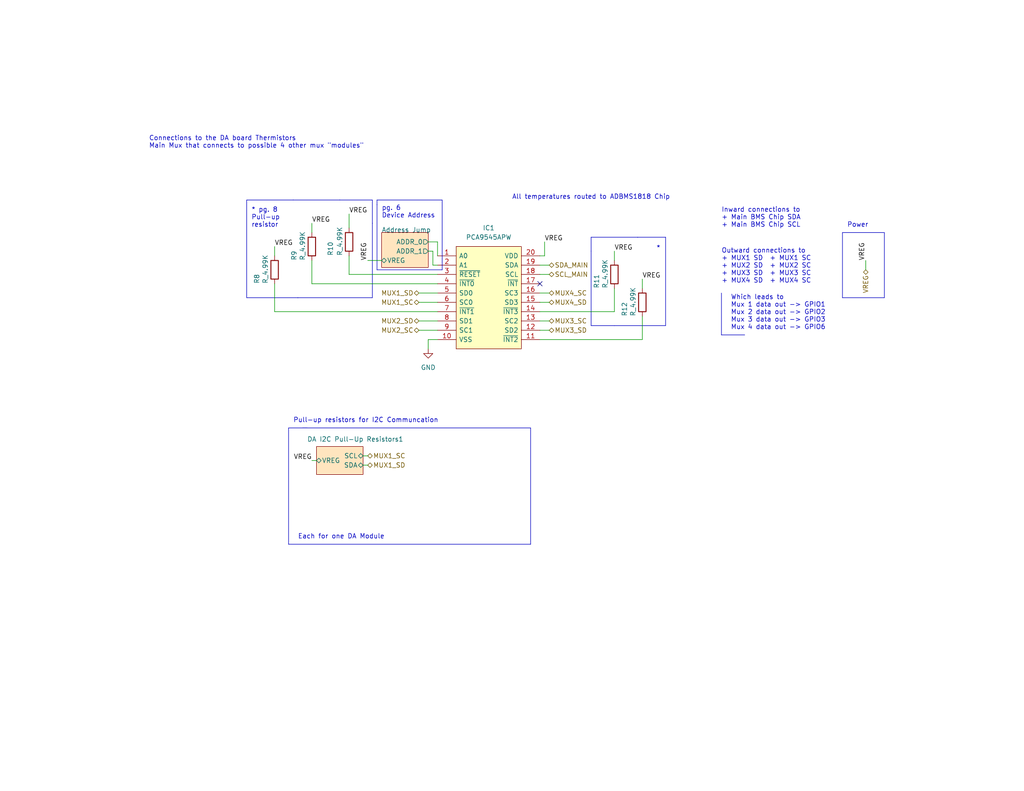
<source format=kicad_sch>
(kicad_sch (version 20231120) (generator "eeschema") (generator_version "8.0")
  (paper "A")
  (title_block (title "MkVI BMS Cell Supervisory Circuit") (date "2022-12-04") (rev "0") (company "Olin Electric Motorsports"))
  (lib_symbols
    (symbol "OEM:4K99R" (pin_numbers hide) (pin_names (offset 0))
      (property "Reference" "R" (at 2.032 0 90))
      (property "Value" "4K99R" (at 0 0 90))
      (symbol "4K99R_0_1"
        (rectangle (start -1.016 -2.54) (end 1.016 2.54) (stroke (width 0.254)))
      )
      (symbol "4K99R_1_1"
        (pin passive line (at 0 3.81 270) (length 1.27) (name "~") (number "1"))
        (pin passive line (at 0 -3.81 90) (length 1.27) (name "~") (number "2"))
      )
    )
    (symbol "OEM:PCA9545APW" (pin_names (offset 0.762))
      (property "Reference" "IC" (at 29.21 7.62 0))
      (property "Value" "PCA9545APW" (at 29.21 5.08 0))
      (symbol "PCA9545APW_0_0"
        (pin passive line (at 0 0 0) (length 5.08) (name "A0") (number "1"))
        (pin passive line (at 0 -22.86 0) (length 5.08) (name "VSS") (number "10"))
        (pin passive line (at 27.94 -22.86 180) (length 5.08) (name "~{INT2}") (number "11"))
        (pin passive line (at 27.94 -20.32 180) (length 5.08) (name "SD2") (number "12"))
        (pin passive line (at 27.94 -17.78 180) (length 5.08) (name "SC2") (number "13"))
        (pin passive line (at 27.94 -15.24 180) (length 5.08) (name "~{INT3}") (number "14"))
        (pin passive line (at 27.94 -12.7 180) (length 5.08) (name "SD3") (number "15"))
        (pin passive line (at 27.94 -10.16 180) (length 5.08) (name "SC3") (number "16"))
        (pin passive line (at 27.94 -7.62 180) (length 5.08) (name "~{INT}") (number "17"))
        (pin passive line (at 27.94 -5.08 180) (length 5.08) (name "SCL") (number "18"))
        (pin passive line (at 27.94 -2.54 180) (length 5.08) (name "SDA") (number "19"))
        (pin passive line (at 0 -2.54 0) (length 5.08) (name "A1") (number "2"))
        (pin passive line (at 27.94 0 180) (length 5.08) (name "VDD") (number "20"))
        (pin passive line (at 0 -5.08 0) (length 5.08) (name "~{RESET}") (number "3"))
        (pin passive line (at 0 -7.62 0) (length 5.08) (name "~{INT0}") (number "4"))
        (pin passive line (at 0 -10.16 0) (length 5.08) (name "SD0") (number "5"))
        (pin passive line (at 0 -12.7 0) (length 5.08) (name "SC0") (number "6"))
        (pin passive line (at 0 -15.24 0) (length 5.08) (name "~{INT1}") (number "7"))
        (pin passive line (at 0 -17.78 0) (length 5.08) (name "SD1") (number "8"))
        (pin passive line (at 0 -20.32 0) (length 5.08) (name "SC1") (number "9"))
      )
      (symbol "PCA9545APW_0_1"
        (polyline (pts (xy 5.08 2.54) (xy 22.86 2.54) (xy 22.86 -25.4) (xy 5.08 -25.4) (xy 5.08 2.54)) (stroke (width 0.1524)) (fill (type background)))
      )
    )
    (symbol "power:GND" (power) (pin_names (offset 0))
      (property "Value" "GND" (at 0 -3.81 0))
      (symbol "GND_0_1"
        (polyline (pts (xy 0 0) (xy 0 -1.27) (xy 1.27 -1.27) (xy 0 -2.54) (xy -1.27 -1.27) (xy 0 -1.27)))
      )
      (symbol "GND_1_1"
        (pin power_in line (at 0 0 270) (length 0) hide (name "GND") (number "1"))
      )
    )
  )
  (no_connect (at 147.32 77.47))
  (wire (pts (xy 74.93 77.47) (xy 74.93 85.09)))
  (polyline (pts (xy 82.55 116.84) (xy 144.78 116.84)))
  (polyline (pts (xy 196.85 80.01) (xy 196.85 91.44)))
  (wire (pts (xy 175.26 76.2) (xy 175.26 78.74)))
  (wire (pts (xy 118.11 72.39) (xy 119.38 72.39)))
  (polyline (pts (xy 144.78 116.84) (xy 144.78 148.59)))
  (polyline (pts (xy 101.6 60.96) (xy 101.6 60.96)))
  (polyline (pts (xy 167.64 88.9) (xy 167.64 88.9)))
  (wire (pts (xy 147.32 80.01) (xy 149.86 80.01)))
  (wire (pts (xy 119.38 92.71) (xy 116.84 92.71)))
  (wire (pts (xy 119.38 69.85) (xy 119.38 66.04)))
  (wire (pts (xy 147.32 85.09) (xy 167.64 85.09)))
  (wire (pts (xy 100.33 71.12) (xy 104.14 71.12)))
  (polyline (pts (xy 101.6 54.61) (xy 92.71 54.61)))
  (polyline (pts (xy 161.29 64.77) (xy 161.29 68.58)))
  (polyline (pts (xy 196.85 91.44) (xy 203.2 91.44)))
  (polyline (pts (xy 173.99 64.77) (xy 161.29 64.77)))
  (polyline (pts (xy 80.01 54.61) (xy 67.31 54.61)))
  (polyline (pts (xy 102.87 73.66) (xy 120.65 73.66)))
  (wire (pts (xy 95.25 69.85) (xy 95.25 74.93)))
  (wire (pts (xy 167.64 78.74) (xy 167.64 85.09)))
  (wire (pts (xy 147.32 92.71) (xy 175.26 92.71)))
  (wire (pts (xy 147.32 72.39) (xy 149.86 72.39)))
  (wire (pts (xy 167.64 68.58) (xy 167.64 71.12)))
  (polyline (pts (xy 120.65 54.61) (xy 102.87 54.61)))
  (wire (pts (xy 95.25 74.93) (xy 119.38 74.93)))
  (wire (pts (xy 114.3 80.01) (xy 119.38 80.01)))
  (wire (pts (xy 99.06 124.46) (xy 100.33 124.46)))
  (polyline (pts (xy 92.71 54.61) (xy 80.01 54.61)))
  (polyline (pts (xy 144.78 148.59) (xy 78.74 148.59)))
  (wire (pts (xy 114.3 90.17) (xy 119.38 90.17)))
  (wire (pts (xy 114.3 82.55) (xy 119.38 82.55)))
  (polyline (pts (xy 181.61 88.9) (xy 181.61 64.77)))
  (polyline (pts (xy 161.29 68.58) (xy 161.29 88.9)))
  (polyline (pts (xy 241.3 63.5) (xy 241.3 81.28)))
  (polyline (pts (xy 120.65 73.66) (xy 120.65 54.61)))
  (wire (pts (xy 85.09 60.96) (xy 85.09 63.5)))
  (wire (pts (xy 74.93 67.31) (xy 74.93 69.85)))
  (wire (pts (xy 116.84 92.71) (xy 116.84 95.25)))
  (wire (pts (xy 175.26 86.36) (xy 175.26 92.71)))
  (polyline (pts (xy 102.87 55.88) (xy 102.87 73.66)))
  (polyline (pts (xy 102.87 54.61) (xy 102.87 55.88)))
  (polyline (pts (xy 101.6 81.28) (xy 101.6 60.96)))
  (wire (pts (xy 119.38 85.09) (xy 74.93 85.09)))
  (polyline (pts (xy 241.3 81.28) (xy 229.87 81.28)))
  (polyline (pts (xy 67.31 54.61) (xy 67.31 81.28)))
  (wire (pts (xy 147.32 90.17) (xy 149.86 90.17)))
  (polyline (pts (xy 92.71 54.61) (xy 92.71 54.61)))
  (wire (pts (xy 119.38 77.47) (xy 85.09 77.47)))
  (polyline (pts (xy 161.29 88.9) (xy 167.64 88.9)))
  (polyline (pts (xy 78.74 148.59) (xy 78.74 116.84)))
  (wire (pts (xy 119.38 66.04) (xy 116.84 66.04)))
  (wire (pts (xy 85.09 77.47) (xy 85.09 71.12)))
  (polyline (pts (xy 81.28 81.28) (xy 101.6 81.28)))
  (wire (pts (xy 118.11 68.58) (xy 116.84 68.58)))
  (wire (pts (xy 99.06 127) (xy 100.33 127)))
  (polyline (pts (xy 78.74 116.84) (xy 83.82 116.84)))
  (polyline (pts (xy 229.87 63.5) (xy 241.3 63.5)))
  (polyline (pts (xy 81.28 81.28) (xy 81.28 81.28)))
  (wire (pts (xy 118.11 72.39) (xy 118.11 68.58)))
  (wire (pts (xy 85.09 125.73) (xy 86.36 125.73)))
  (wire (pts (xy 147.32 87.63) (xy 149.86 87.63)))
  (polyline (pts (xy 173.99 64.77) (xy 173.99 64.77)))
  (wire (pts (xy 147.32 74.93) (xy 149.86 74.93)))
  (polyline (pts (xy 167.64 88.9) (xy 181.61 88.9)))
  (polyline (pts (xy 181.61 64.77) (xy 173.99 64.77)))
  (polyline (pts (xy 101.6 54.61) (xy 101.6 60.96)))
  (wire (pts (xy 147.32 69.85) (xy 148.59 69.85)))
  (polyline (pts (xy 67.31 81.28) (xy 81.28 81.28)))
  (polyline (pts (xy 229.87 63.5) (xy 229.87 81.28)))
  (polyline (pts (xy 80.01 54.61) (xy 80.01 54.61)))
  (wire (pts (xy 147.32 82.55) (xy 149.86 82.55)))
  (wire (pts (xy 236.22 73.66) (xy 236.22 71.12)))
  (wire (pts (xy 95.25 58.42) (xy 95.25 62.23)))
  (wire (pts (xy 114.3 87.63) (xy 119.38 87.63)))
  (wire (pts (xy 148.59 66.04) (xy 148.59 69.85)))
  (text "Power" (at 231.14 62.23 0) (effects (font (size 1.27 1.27)) (justify left bottom)))
  (text "Which leads to\nMux 1 data out -> GPIO1\nMux 2 data out -> GPIO2\nMux 3 data out -> GPIO3\nMux 4 data out -> GPIO6" (at 199.39 90.17 0) (effects (font (size 1.27 1.27)) (justify left bottom)))
  (text "* pg. 8\nPull-up\nresistor" (at 68.58 62.23 0) (effects (font (size 1.27 1.27)) (justify left bottom)))
  (text "Connections to the DA board Thermistors\nMain Mux that connects to possible 4 other mux \"modules\"" (at 40.64 40.64 0) (effects (font (size 1.27 1.27)) (justify left bottom)))
  (text "pg. 6\nDevice Address" (at 104.14 59.69 0) (effects (font (size 1.27 1.27)) (justify left bottom)))
  (text "Each for one DA Module" (at 81.28 147.32 0) (effects (font (size 1.27 1.27)) (justify left bottom)))
  (text "Outward connections to\n+ MUX1 SD  + MUX1 SC\n+ MUX2 SD  + MUX2 SC\n+ MUX3 SD  + MUX3 SC\n+ MUX4 SD  + MUX4 SC" (at 196.85 77.47 0) (effects (font (size 1.27 1.27)) (justify left bottom)))
  (text "Inward connections to\n+ Main BMS Chip SDA\n+ Main BMS Chip SCL" (at 196.85 62.23 0) (effects (font (size 1.27 1.27)) (justify left bottom)))
  (text "Pull-up resistors for I2C Communcation" (at 80.01 115.57 0) (effects (font (size 1.27 1.27)) (justify left bottom)))
  (text "*" (at 179.07 68.58 0) (effects (font (size 1.27 1.27)) (justify left bottom)))
  (text "All temperatures routed to ADBMS1818 Chip" (at 139.7 54.61 0) (effects (font (size 1.27 1.27)) (justify left bottom)))
  (label "VREG" (at 175.26 76.2 0))
  (label "VREG" (at 148.59 66.04 0))
  (label "VREG" (at 85.09 60.96 0))
  (label "VREG" (at 95.25 58.42 0))
  (label "VREG" (at 85.09 125.73 180))
  (label "VREG" (at 236.22 71.12 90))
  (label "VREG" (at 74.93 67.31 0))
  (label "VREG" (at 167.64 68.58 0))
  (label "VREG" (at 100.33 71.12 90))
  (hierarchical_label "MUX4_SD" (shape bidirectional) (at 149.86 82.55 0))
  (hierarchical_label "MUX1_SC" (shape bidirectional) (at 100.33 124.46 0))
  (hierarchical_label "VREG" (shape bidirectional) (at 236.22 73.66 270))
  (hierarchical_label "MUX2_SD" (shape bidirectional) (at 114.3 87.63 180))
  (hierarchical_label "SCL_MAIN" (shape bidirectional) (at 149.86 74.93 0))
  (hierarchical_label "MUX4_SC" (shape bidirectional) (at 149.86 80.01 0))
  (hierarchical_label "SDA_MAIN" (shape bidirectional) (at 149.86 72.39 0))
  (hierarchical_label "MUX2_SC" (shape bidirectional) (at 114.3 90.17 180))
  (hierarchical_label "MUX1_SD" (shape bidirectional) (at 100.33 127 0))
  (hierarchical_label "MUX1_SC" (shape bidirectional) (at 114.3 82.55 180))
  (hierarchical_label "MUX3_SD" (shape bidirectional) (at 149.86 90.17 0))
  (hierarchical_label "MUX1_SD" (shape bidirectional) (at 114.3 80.01 180))
  (hierarchical_label "MUX3_SC" (shape bidirectional) (at 149.86 87.63 0))
  (symbol (lib_id "OEM:4K99R") (at 95.25 66.04 0) (unit 1)
    (property "Reference" "R10" (at 90.17 69.85 90) (effects (justify left)))
    (property "Value" "R_4.99K" (at 92.71 69.85 90) (effects (justify left)))
    (property "Footprint" "OEM:R_0603" (effects (hide yes)))
    (property "Datasheet" "https://www.seielect.com/Catalog/SEI-RMCF_RMCP.pdf" (effects (hide yes)))
    (property "MPN" "RMCF0603FT4K99" (effects (hide yes)))
    (property "MFN" "Stackpole Electronics" (effects (hide yes)))
    (property "DKPN" "RMCF0603FT4K99DKR-ND" (effects (hide yes)))
    (property "NewDesigns" "YES" (effects (hide yes)))
    (property "Stocked" "Digi-Reel" (effects (hide yes)))
    (property "Package" "0603" (effects (hide yes)))
    (property "Style" "SMD" (effects (hide yes)))
  )
  (symbol (lib_id "OEM:PCA9545APW") (at 119.38 69.85 0) (unit 1)
    (property "Reference" "IC1" (at 133.35 62.23 0))
    (property "Value" "PCA9545APW" (at 133.35 64.77 0))
    (property "Footprint" "footprints:SOP65P640X110-20N" (effects (hide yes)))
    (property "Datasheet" "http://www.nxp.com/docs/en/data-sheet/PCA9545A_45B_45C.pdf" (effects (hide yes)))
    (property "MPN" "PCA9545APW" (effects (hide yes)))
    (property "MFN" "NXP" (effects (hide yes)))
    (property "DKPN" "568-1865-1-ND" (effects (hide yes)))
    (property "NewDesigns" "YES" (effects (hide yes)))
    (property "Stocked" "Tape" (effects (hide yes)))
    (property "Package" "20-TSSOP" (effects (hide yes)))
    (property "Style" "SMD" (effects (hide yes)))
  )
  (symbol (lib_id "OEM:4K99R") (at 167.64 74.93 0) (unit 1)
    (property "Reference" "R11" (at 162.7886 78.74 90) (effects (justify left)))
    (property "Value" "R_4.99K" (at 165.1 78.74 90) (effects (justify left)))
    (property "Footprint" "OEM:R_0603" (effects (hide yes)))
    (property "Datasheet" "https://www.seielect.com/Catalog/SEI-RMCF_RMCP.pdf" (effects (hide yes)))
    (property "MPN" "RMCF0603FT4K99" (effects (hide yes)))
    (property "MFN" "Stackpole Electronics" (effects (hide yes)))
    (property "DKPN" "RMCF0603FT4K99DKR-ND" (effects (hide yes)))
    (property "NewDesigns" "YES" (effects (hide yes)))
    (property "Stocked" "Digi-Reel" (effects (hide yes)))
    (property "Package" "0603" (effects (hide yes)))
    (property "Style" "SMD" (effects (hide yes)))
  )
  (symbol (lib_id "power:GND") (at 116.84 95.25 0) (unit 1)
    (property "Reference" "#PWR?" (effects (hide yes)))
    (property "Value" "GND" (at 116.84 100.33 0))
  )
  (symbol (lib_id "OEM:4K99R") (at 85.09 67.31 0) (unit 1)
    (property "Reference" "R9" (at 80.2386 71.12 90) (effects (justify left)))
    (property "Value" "R_4.99K" (at 82.55 71.12 90) (effects (justify left)))
    (property "Footprint" "OEM:R_0603" (effects (hide yes)))
    (property "Datasheet" "https://www.seielect.com/Catalog/SEI-RMCF_RMCP.pdf" (effects (hide yes)))
    (property "MPN" "RMCF0603FT4K99" (effects (hide yes)))
    (property "MFN" "Stackpole Electronics" (effects (hide yes)))
    (property "DKPN" "RMCF0603FT4K99DKR-ND" (effects (hide yes)))
    (property "NewDesigns" "YES" (effects (hide yes)))
    (property "Stocked" "Digi-Reel" (effects (hide yes)))
    (property "Package" "0603" (effects (hide yes)))
    (property "Style" "SMD" (effects (hide yes)))
  )
  (symbol (lib_id "OEM:4K99R") (at 74.93 73.66 0) (unit 1)
    (property "Reference" "R8" (at 70.0786 77.47 90) (effects (justify left)))
    (property "Value" "R_4.99K" (at 72.39 77.47 90) (effects (justify left)))
    (property "Footprint" "OEM:R_0603" (effects (hide yes)))
    (property "Datasheet" "https://www.seielect.com/Catalog/SEI-RMCF_RMCP.pdf" (effects (hide yes)))
    (property "MPN" "RMCF0603FT4K99" (effects (hide yes)))
    (property "MFN" "Stackpole Electronics" (effects (hide yes)))
    (property "DKPN" "RMCF0603FT4K99DKR-ND" (effects (hide yes)))
    (property "NewDesigns" "YES" (effects (hide yes)))
    (property "Stocked" "Digi-Reel" (effects (hide yes)))
    (property "Package" "0603" (effects (hide yes)))
    (property "Style" "SMD" (effects (hide yes)))
  )
  (symbol (lib_id "OEM:4K99R") (at 175.26 82.55 0) (unit 1)
    (property "Reference" "R12" (at 170.4086 86.36 90) (effects (justify left)))
    (property "Value" "R_4.99K" (at 172.72 86.36 90) (effects (justify left)))
    (property "Footprint" "OEM:R_0603" (effects (hide yes)))
    (property "Datasheet" "https://www.seielect.com/Catalog/SEI-RMCF_RMCP.pdf" (effects (hide yes)))
    (property "MPN" "RMCF0603FT4K99" (effects (hide yes)))
    (property "MFN" "Stackpole Electronics" (effects (hide yes)))
    (property "DKPN" "RMCF0603FT4K99DKR-ND" (effects (hide yes)))
    (property "NewDesigns" "YES" (effects (hide yes)))
    (property "Stocked" "Digi-Reel" (effects (hide yes)))
    (property "Package" "0603" (effects (hide yes)))
    (property "Style" "SMD" (effects (hide yes)))
  )
  (sheet (at 86.36 121.92) (size 12.7 7.62) (stroke (width 0.1524)) (fill (color 255 229 191 1.0000))
    (property "Sheetname" "DA I2C Pull-Up Resistors1" (at 83.82 120.65 0) (effects (justify left bottom)))
    (property "Sheetfile" "DA_I2C_Pull_Up_Resistor.kicad_sch" (effects (hide yes)))
    (pin "SCL" bidirectional (at 99.06 124.46 0))
    (pin "SDA" bidirectional (at 99.06 127 0))
    (pin "VREG" bidirectional (at 86.36 125.73 180))
  )
  (sheet (at 104.14 63.5) (size 12.7 9.525) (stroke (width 0.1524)) (fill (color 255 229 191 1.0000))
    (property "Sheetname" "Address Jump" (at 104.14 63.5 0) (effects (justify left bottom)))
    (property "Sheetfile" "i2c_add_jumper.kicad_sch" (effects (hide yes)))
    (pin "VREG" bidirectional (at 104.14 71.12 180))
    (pin "ADDR_0" output (at 116.84 66.04 0))
    (pin "ADDR_1" output (at 116.84 68.58 0))
  )
)
</source>
